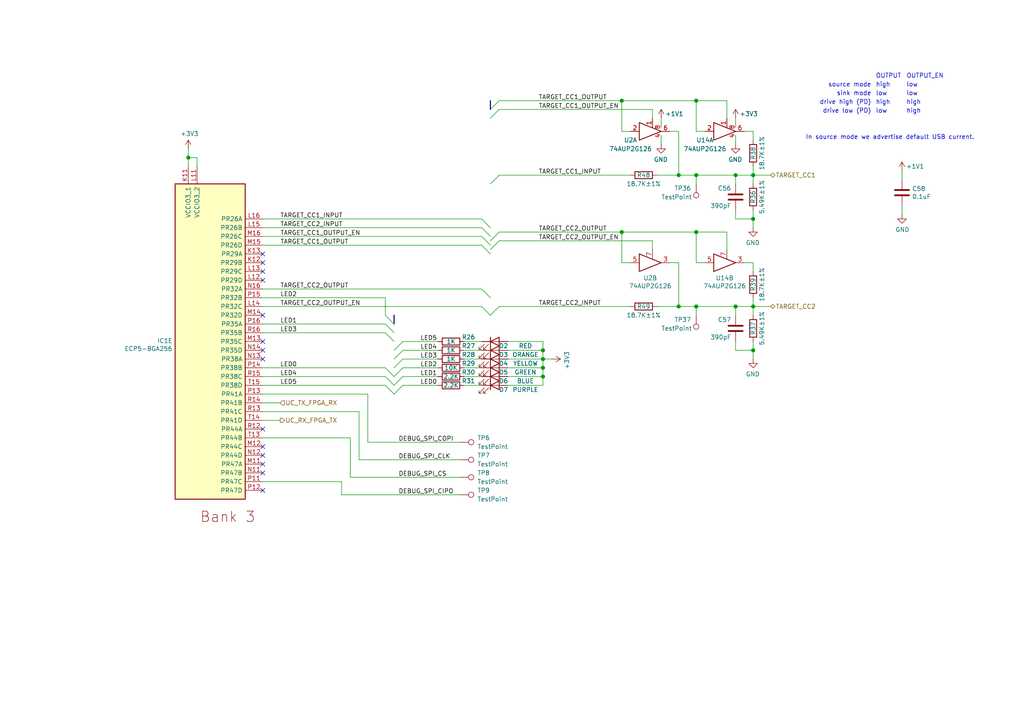
<source format=kicad_sch>
(kicad_sch (version 20210621) (generator eeschema)
  (paper "A4")
  (title_block (title "LUNA: Right Side I/O") (date "2021-03-10") (rev "r0") (company "Copyright 2019-2021 Great Scott Gadgets") (comment 1 "Katherine J. Temkin") (comment 3 "Licensed under the CERN-OHL-P v2"))
  (lib_symbols
    (symbol "Connector:TestPoint" (pin_numbers hide) (pin_names (offset 0.762) hide)
      (property "Reference" "TP" (at 0 6.858 0))
      (property "Value" "TestPoint" (at 0 5.08 0))
      (symbol "TestPoint_0_1"
        (circle (center 0 3.302) (radius 0.762))
      )
      (symbol "TestPoint_1_1"
        (pin passive line (at 0 0 90) (length 2.54) (name "1") (number "1"))
      )
    )
    (symbol "Device:C" (pin_numbers hide) (pin_names (offset 0.254))
      (property "Reference" "C" (at 0.635 2.54 0))
      (property "Value" "C" (at 0.635 -2.54 0))
      (symbol "C_0_1"
        (polyline (pts (xy -2.032 -0.762) (xy 2.032 -0.762)) (stroke (width 0.508)))
        (polyline (pts (xy -2.032 0.762) (xy 2.032 0.762)) (stroke (width 0.508)))
      )
      (symbol "C_1_1"
        (pin passive line (at 0 3.81 270) (length 2.794) (name "~") (number "1"))
        (pin passive line (at 0 -3.81 90) (length 2.794) (name "~") (number "2"))
      )
    )
    (symbol "Device:LED" (pin_numbers hide) (pin_names (offset 1.016) hide)
      (property "Reference" "D" (at 0 2.54 0))
      (property "Value" "LED" (at 0 -2.54 0))
      (symbol "LED_0_1"
        (polyline (pts (xy -1.27 -1.27) (xy -1.27 1.27)) (stroke (width 0.254)))
        (polyline (pts (xy -1.27 0) (xy 1.27 0)))
        (polyline (pts (xy 1.27 -1.27) (xy 1.27 1.27) (xy -1.27 0) (xy 1.27 -1.27)) (stroke (width 0.254)))
        (polyline (pts (xy -3.048 -0.762) (xy -4.572 -2.286) (xy -3.81 -2.286) (xy -4.572 -2.286) (xy -4.572 -1.524)))
        (polyline (pts (xy -1.778 -0.762) (xy -3.302 -2.286) (xy -2.54 -2.286) (xy -3.302 -2.286) (xy -3.302 -1.524)))
      )
      (symbol "LED_1_1"
        (pin passive line (at -3.81 0 0) (length 2.54) (name "K") (number "1"))
        (pin passive line (at 3.81 0 180) (length 2.54) (name "A") (number "2"))
      )
    )
    (symbol "Device:R" (pin_numbers hide) (pin_names (offset 0))
      (property "Reference" "R" (at 2.032 0 90))
      (property "Value" "R" (at 0 0 90))
      (symbol "R_0_1"
        (rectangle (start -1.016 -2.54) (end 1.016 2.54) (stroke (width 0.254)))
      )
      (symbol "R_1_1"
        (pin passive line (at 0 3.81 270) (length 1.27) (name "~") (number "1"))
        (pin passive line (at 0 -3.81 90) (length 1.27) (name "~") (number "2"))
      )
    )
    (symbol "fpgas_and_processors:ECP5-BGA256" (pin_names (offset 0.762))
      (property "Reference" "IC" (at -2.54 1.27 0))
      (property "Value" "ECP5-BGA256" (at 10.16 1.27 0))
      (symbol "ECP5-BGA256_1_0"
        (rectangle (start 5.08 0) (end 33.02 -71.12) (stroke (width 0.3048)) (fill (type background)))
      )
      (symbol "ECP5-BGA256_1_1"
        (text "FPGA Supplies" (at 19.05 -76.2 0) (effects (font (size 2.9972 2.9972))))
        (pin power_in line (at 38.1 -2.54 180) (length 5.08) (name "GND_1") (number "A1"))
        (pin power_in line (at 38.1 -5.08 180) (length 5.08) (name "GND_2") (number "A16"))
        (pin power_in line (at 38.1 -10.16 180) (length 5.08) (name "GND_4") (number "D15"))
        (pin power_in line (at 38.1 -7.62 180) (length 5.08) (name "GND_3") (number "D2"))
        (pin power_in line (at 38.1 -12.7 180) (length 5.08) (name "GND_5") (number "F8"))
        (pin power_in line (at 38.1 -15.24 180) (length 5.08) (name "GND_6") (number "F9"))
        (pin power_in line (at 38.1 -20.32 180) (length 5.08) (name "GND_8") (number "G10"))
        (pin power_in line (at 0 -66.04 0) (length 5.08) (name "VCCAUX_1") (number "G11"))
        (pin power_in line (at 0 -2.54 0) (length 5.08) (name "VCC_1") (number "G6"))
        (pin power_in line (at 0 -5.08 0) (length 5.08) (name "VCC_2") (number "G7"))
        (pin power_in line (at 38.1 -17.78 180) (length 5.08) (name "GND_7") (number "G8"))
        (pin power_in line (at 0 -7.62 0) (length 5.08) (name "VCC_3") (number "G9"))
        (pin power_in line (at 38.1 -22.86 180) (length 5.08) (name "GND_9") (number "H1"))
        (pin power_in line (at 38.1 -30.48 180) (length 5.08) (name "GND_12") (number "H10"))
        (pin power_in line (at 38.1 -33.02 180) (length 5.08) (name "GND_13") (number "H16"))
        (pin power_in line (at 38.1 -25.4 180) (length 5.08) (name "GND_10") (number "H8"))
        (pin power_in line (at 38.1 -27.94 180) (length 5.08) (name "GND_11") (number "H9"))
        (pin power_in line (at 38.1 -40.64 180) (length 5.08) (name "GND_16") (number "J10"))
        (pin power_in line (at 38.1 -35.56 180) (length 5.08) (name "GND_14") (number "J8"))
        (pin power_in line (at 38.1 -38.1 180) (length 5.08) (name "GND_15") (number "J9"))
        (pin power_in line (at 38.1 -53.34 180) (length 5.08) (name "GND_21") (number "K10"))
        (pin power_in line (at 38.1 -43.18 180) (length 5.08) (name "GND_17") (number "K6"))
        (pin power_in line (at 38.1 -45.72 180) (length 5.08) (name "GND_18") (number "K7"))
        (pin power_in line (at 38.1 -48.26 180) (length 5.08) (name "GND_19") (number "K8"))
        (pin power_in line (at 38.1 -50.8 180) (length 5.08) (name "GND_20") (number "K9"))
        (pin power_in line (at 0 -15.24 0) (length 5.08) (name "VCC_6") (number "L10"))
        (pin power_in line (at 0 -68.58 0) (length 5.08) (name "VCCAUX_2") (number "L7"))
        (pin power_in line (at 0 -10.16 0) (length 5.08) (name "VCC_4") (number "L8"))
        (pin power_in line (at 0 -12.7 0) (length 5.08) (name "VCC_5") (number "L9"))
        (pin power_in line (at 38.1 -58.42 180) (length 5.08) (name "GND_23") (number "N15"))
        (pin power_in line (at 38.1 -55.88 180) (length 5.08) (name "GND_22") (number "N2"))
        (pin power_in line (at 38.1 -60.96 180) (length 5.08) (name "GND_24") (number "T1"))
        (pin power_in line (at 38.1 -66.04 180) (length 5.08) (name "GND_26") (number "T12"))
        (pin power_in line (at 38.1 -68.58 180) (length 5.08) (name "GND_27") (number "T16"))
        (pin power_in line (at 38.1 -63.5 180) (length 5.08) (name "GND_25") (number "T5"))
      )
      (symbol "ECP5-BGA256_2_1"
        (text "Bank 0" (at 10.16 -78.74 0) (effects (font (size 2.9972 2.9972))))
        (rectangle (start 0 0) (end 19.05 -74.93) (stroke (width 0.3048)) (fill (type background)))
        (pin bidirectional line (at 24.13 -11.43 180) (length 5.08) (name "PT4A") (number "A2"))
        (pin bidirectional line (at 24.13 -16.51 180) (length 5.08) (name "PT6A") (number "A3"))
        (pin bidirectional line (at 24.13 -19.05 180) (length 5.08) (name "PT6B") (number "A4"))
        (pin bidirectional line (at 24.13 -43.18 180) (length 5.08) (name "PT18A") (number "A5"))
        (pin bidirectional line (at 24.13 -45.72 180) (length 5.08) (name "PT18B") (number "A6"))
        (pin bidirectional line (at 24.13 -68.58 180) (length 5.08) (name "PT29A") (number "A7"))
        (pin bidirectional line (at 24.13 -71.12 180) (length 5.08) (name "PT29B") (number "A8"))
        (pin bidirectional line (at 24.13 -13.97 180) (length 5.08) (name "PT4B") (number "B3"))
        (pin bidirectional line (at 24.13 -29.21 180) (length 5.08) (name "PT11B") (number "B4"))
        (pin bidirectional line (at 24.13 -39.37 180) (length 5.08) (name "PT15B") (number "B5"))
        (pin bidirectional line (at 24.13 -55.88 180) (length 5.08) (name "PT22B") (number "B6"))
        (pin bidirectional line (at 24.13 -66.04 180) (length 5.08) (name "PT27B") (number "B7"))
        (pin bidirectional line (at 24.13 -26.67 180) (length 5.08) (name "PT11A") (number "C4"))
        (pin bidirectional line (at 24.13 -36.83 180) (length 5.08) (name "PT15A") (number "C5"))
        (pin bidirectional line (at 24.13 -53.34 180) (length 5.08) (name "PT22A") (number "C6"))
        (pin bidirectional line (at 24.13 -63.5 180) (length 5.08) (name "PT27A") (number "C7"))
        (pin bidirectional line (at 24.13 -24.13 180) (length 5.08) (name "PT9B") (number "D4"))
        (pin bidirectional line (at 24.13 -34.29 180) (length 5.08) (name "PT13B") (number "D5"))
        (pin bidirectional line (at 24.13 -50.8 180) (length 5.08) (name "PT20B") (number "D6"))
        (pin bidirectional line (at 24.13 -60.96 180) (length 5.08) (name "PT24B") (number "D7"))
        (pin bidirectional line (at 24.13 -21.59 180) (length 5.08) (name "PT9A") (number "E4"))
        (pin bidirectional line (at 24.13 -31.75 180) (length 5.08) (name "PT13A") (number "E5"))
        (pin bidirectional line (at 24.13 -48.26 180) (length 5.08) (name "PT20A") (number "E6"))
        (pin bidirectional line (at 24.13 -58.42 180) (length 5.08) (name "PT24A") (number "E7"))
        (pin power_in line (at 7.62 5.08 270) (length 5.08) (name "VCCIO0_1") (number "F6"))
        (pin power_in line (at 5.08 5.08 270) (length 5.08) (name "VCCIO0_2") (number "F7"))
      )
      (symbol "ECP5-BGA256_3_0"
        (rectangle (start 0 0) (end 21.59 -93.98) (stroke (width 0.3048)) (fill (type background)))
      )
      (symbol "ECP5-BGA256_3_1"
        (text "Bank 1" (at 8.89 -96.52 0) (effects (font (size 2.9972 2.9972))))
        (pin bidirectional line (at 26.67 -34.29 180) (length 5.08) (name "PT42B") (number "A10"))
        (pin bidirectional line (at 26.67 -57.15 180) (length 5.08) (name "PT53A") (number "A11"))
        (pin bidirectional line (at 26.67 -59.69 180) (length 5.08) (name "PT53B") (number "A12"))
        (pin bidirectional line (at 26.67 -82.55 180) (length 5.08) (name "PT65A") (number "A13"))
        (pin bidirectional line (at 26.67 -85.09 180) (length 5.08) (name "PT65B") (number "A14"))
        (pin bidirectional line (at 26.67 -90.17 180) (length 5.08) (name "PT67B") (number "A15"))
        (pin bidirectional line (at 26.67 -31.75 180) (length 5.08) (name "PT42A") (number "A9"))
        (pin bidirectional line (at 26.67 -36.83 180) (length 5.08) (name "PT44A") (number "B10"))
        (pin bidirectional line (at 26.67 -46.99 180) (length 5.08) (name "PT49A") (number "B11"))
        (pin bidirectional line (at 26.67 -62.23 180) (length 5.08) (name "PT56A") (number "B12"))
        (pin bidirectional line (at 26.67 -72.39 180) (length 5.08) (name "PT60A") (number "B13"))
        (pin bidirectional line (at 26.67 -87.63 180) (length 5.08) (name "PT67A") (number "B14"))
        (pin bidirectional line (at 26.67 -19.05 180) (length 5.08) (name "PT35B") (number "B8"))
        (pin bidirectional line (at 26.67 -21.59 180) (length 5.08) (name "PT38A") (number "B9"))
        (pin bidirectional line (at 26.67 -39.37 180) (length 5.08) (name "PT44B") (number "C10"))
        (pin bidirectional line (at 26.67 -49.53 180) (length 5.08) (name "PT49B") (number "C11"))
        (pin bidirectional line (at 26.67 -64.77 180) (length 5.08) (name "PT56B") (number "C12"))
        (pin bidirectional line (at 26.67 -74.93 180) (length 5.08) (name "PT60B") (number "C13"))
        (pin bidirectional line (at 26.67 -16.51 180) (length 5.08) (name "PT35A") (number "C8"))
        (pin bidirectional line (at 26.67 -24.13 180) (length 5.08) (name "PT38B") (number "C9"))
        (pin bidirectional line (at 26.67 -41.91 180) (length 5.08) (name "PT47A") (number "D10"))
        (pin bidirectional line (at 26.67 -52.07 180) (length 5.08) (name "PT51A") (number "D11"))
        (pin bidirectional line (at 26.67 -67.31 180) (length 5.08) (name "PT58A") (number "D12"))
        (pin bidirectional line (at 26.67 -77.47 180) (length 5.08) (name "PT62A") (number "D13"))
        (pin bidirectional line (at 26.67 -13.97 180) (length 5.08) (name "PT33B") (number "D8"))
        (pin bidirectional line (at 26.67 -26.67 180) (length 5.08) (name "PT40A") (number "D9"))
        (pin bidirectional line (at 26.67 -44.45 180) (length 5.08) (name "PT47B") (number "E10"))
        (pin bidirectional line (at 26.67 -54.61 180) (length 5.08) (name "PT51B") (number "E11"))
        (pin bidirectional line (at 26.67 -69.85 180) (length 5.08) (name "PT58B") (number "E12"))
        (pin bidirectional line (at 26.67 -80.01 180) (length 5.08) (name "PT62B") (number "E13"))
        (pin bidirectional line (at 26.67 -11.43 180) (length 5.08) (name "PT33A") (number "E8"))
        (pin bidirectional line (at 26.67 -29.21 180) (length 5.08) (name "PT40B") (number "E9"))
        (pin power_in line (at 6.35 5.08 270) (length 5.08) (name "VCCIO1_1") (number "F10"))
        (pin power_in line (at 3.81 5.08 270) (length 5.08) (name "VCCIO1_2") (number "F11"))
      )
      (symbol "ECP5-BGA256_4_1"
        (text "Bank 2" (at 10.16 -97.79 0) (effects (font (size 2.9972 2.9972))))
        (rectangle (start 0 0) (end 19.05 -93.98) (stroke (width 0.3048)) (fill (type background)))
        (pin bidirectional line (at 24.13 -13.97 180) (length 5.08) (name "PR2B") (number "B15"))
        (pin bidirectional line (at 24.13 -11.43 180) (length 5.08) (name "PR2A") (number "B16"))
        (pin bidirectional line (at 24.13 -16.51 180) (length 5.08) (name "PR2C") (number "C14"))
        (pin bidirectional line (at 24.13 -24.13 180) (length 5.08) (name "PR5B") (number "C15"))
        (pin bidirectional line (at 24.13 -21.59 180) (length 5.08) (name "PR5A") (number "C16"))
        (pin bidirectional line (at 24.13 -19.05 180) (length 5.08) (name "PR2D") (number "D14"))
        (pin bidirectional line (at 24.13 -31.75 180) (length 5.08) (name "PR8A") (number "D16"))
        (pin bidirectional line (at 24.13 -26.67 180) (length 5.08) (name "PR5C") (number "E14"))
        (pin bidirectional line (at 24.13 -34.29 180) (length 5.08) (name "PR8B") (number "E15"))
        (pin bidirectional line (at 24.13 -49.53 180) (length 5.08) (name "PR11D") (number "E16"))
        (pin bidirectional line (at 24.13 -39.37 180) (length 5.08) (name "PR8D") (number "F12"))
        (pin bidirectional line (at 24.13 -36.83 180) (length 5.08) (name "PR8C") (number "F13"))
        (pin bidirectional line (at 24.13 -29.21 180) (length 5.08) (name "PR5D") (number "F14"))
        (pin bidirectional line (at 24.13 -46.99 180) (length 5.08) (name "PR11C") (number "F15"))
        (pin bidirectional line (at 24.13 -52.07 180) (length 5.08) (name "PR14A") (number "F16"))
        (pin bidirectional line (at 24.13 -41.91 180) (length 5.08) (name "PR11A") (number "G12"))
        (pin bidirectional line (at 24.13 -44.45 180) (length 5.08) (name "PR11B") (number "G13"))
        (pin bidirectional line (at 24.13 -57.15 180) (length 5.08) (name "PR14C") (number "G14"))
        (pin bidirectional line (at 24.13 -54.61 180) (length 5.08) (name "PR14B") (number "G15"))
        (pin bidirectional line (at 24.13 -72.39 180) (length 5.08) (name "PR20A") (number "G16"))
        (pin power_in line (at 3.81 5.08 270) (length 5.08) (name "VCCIO2_1") (number "H11"))
        (pin bidirectional line (at 24.13 -62.23 180) (length 5.08) (name "PR17A") (number "H12"))
        (pin bidirectional line (at 24.13 -64.77 180) (length 5.08) (name "PR17B") (number "H13"))
        (pin bidirectional line (at 24.13 -59.69 180) (length 5.08) (name "PR14D") (number "H14"))
        (pin bidirectional line (at 24.13 -74.93 180) (length 5.08) (name "PR20B") (number "H15"))
        (pin power_in line (at 6.35 5.08 270) (length 5.08) (name "VCCIO2_2") (number "J11"))
        (pin bidirectional line (at 24.13 -69.85 180) (length 5.08) (name "PR17D") (number "J12"))
        (pin bidirectional line (at 24.13 -67.31 180) (length 5.08) (name "PR17C") (number "J13"))
        (pin bidirectional line (at 24.13 -77.47 180) (length 5.08) (name "PR20C") (number "J14"))
        (pin bidirectional line (at 24.13 -85.09 180) (length 5.08) (name "PR23B") (number "J15"))
        (pin bidirectional line (at 24.13 -82.55 180) (length 5.08) (name "PR23A") (number "J16"))
        (pin bidirectional line (at 24.13 -80.01 180) (length 5.08) (name "PR20D") (number "K14"))
        (pin bidirectional line (at 24.13 -90.17 180) (length 5.08) (name "PR23D") (number "K15"))
        (pin bidirectional line (at 24.13 -87.63 180) (length 5.08) (name "PR23C") (number "K16"))
      )
      (symbol "ECP5-BGA256_5_0"
        (rectangle (start 0 0) (end 20.32 -91.44) (stroke (width 0.3048)) (fill (type background)))
      )
      (symbol "ECP5-BGA256_5_1"
        (text "Bank 3" (at 15.24 -96.52 0) (effects (font (size 2.9972 2.9972))))
        (pin power_in line (at 3.81 5.08 270) (length 5.08) (name "VCCIO3_1") (number "K11"))
        (pin bidirectional line (at 25.4 -22.86 180) (length 5.08) (name "PR29B") (number "K12"))
        (pin bidirectional line (at 25.4 -20.32 180) (length 5.08) (name "PR29A") (number "K13"))
        (pin power_in line (at 6.35 5.08 270) (length 5.08) (name "VCCIO3_2") (number "L11"))
        (pin bidirectional line (at 25.4 -27.94 180) (length 5.08) (name "PR29D") (number "L12"))
        (pin bidirectional line (at 25.4 -25.4 180) (length 5.08) (name "PR29C") (number "L13"))
        (pin bidirectional line (at 25.4 -35.56 180) (length 5.08) (name "PR32C") (number "L14"))
        (pin bidirectional line (at 25.4 -12.7 180) (length 5.08) (name "PR26B") (number "L15"))
        (pin bidirectional line (at 25.4 -10.16 180) (length 5.08) (name "PR26A") (number "L16"))
        (pin bidirectional line (at 25.4 -81.28 180) (length 5.08) (name "PR47A") (number "M11"))
        (pin bidirectional line (at 25.4 -76.2 180) (length 5.08) (name "PR44C") (number "M12"))
        (pin bidirectional line (at 25.4 -45.72 180) (length 5.08) (name "PR35C") (number "M13"))
        (pin bidirectional line (at 25.4 -38.1 180) (length 5.08) (name "PR32D") (number "M14"))
        (pin bidirectional line (at 25.4 -17.78 180) (length 5.08) (name "PR26D") (number "M15"))
        (pin bidirectional line (at 25.4 -15.24 180) (length 5.08) (name "PR26C") (number "M16"))
        (pin bidirectional line (at 25.4 -83.82 180) (length 5.08) (name "PR47B") (number "N11"))
        (pin bidirectional line (at 25.4 -78.74 180) (length 5.08) (name "PR44D") (number "N12"))
        (pin bidirectional line (at 25.4 -50.8 180) (length 5.08) (name "PR38A") (number "N13"))
        (pin bidirectional line (at 25.4 -48.26 180) (length 5.08) (name "PR35D") (number "N14"))
        (pin bidirectional line (at 25.4 -30.48 180) (length 5.08) (name "PR32A") (number "N16"))
        (pin bidirectional line (at 25.4 -86.36 180) (length 5.08) (name "PR47C") (number "P11"))
        (pin bidirectional line (at 25.4 -88.9 180) (length 5.08) (name "PR47D") (number "P12"))
        (pin bidirectional line (at 25.4 -60.96 180) (length 5.08) (name "PR41A") (number "P13"))
        (pin bidirectional line (at 25.4 -53.34 180) (length 5.08) (name "PR38B") (number "P14"))
        (pin bidirectional line (at 25.4 -33.02 180) (length 5.08) (name "PR32B") (number "P15"))
        (pin bidirectional line (at 25.4 -40.64 180) (length 5.08) (name "PR35A") (number "P16"))
        (pin bidirectional line (at 25.4 -71.12 180) (length 5.08) (name "PR44A") (number "R12"))
        (pin bidirectional line (at 25.4 -66.04 180) (length 5.08) (name "PR41C") (number "R13"))
        (pin bidirectional line (at 25.4 -63.5 180) (length 5.08) (name "PR41B") (number "R14"))
        (pin bidirectional line (at 25.4 -55.88 180) (length 5.08) (name "PR38C") (number "R15"))
        (pin bidirectional line (at 25.4 -43.18 180) (length 5.08) (name "PR35B") (number "R16"))
        (pin bidirectional line (at 25.4 -73.66 180) (length 5.08) (name "PR44B") (number "T13"))
        (pin bidirectional line (at 25.4 -68.58 180) (length 5.08) (name "PR41D") (number "T14"))
        (pin bidirectional line (at 25.4 -58.42 180) (length 5.08) (name "PR38D") (number "T15"))
      )
      (symbol "ECP5-BGA256_6_1"
        (text "Bank 6" (at 11.43 -110.49 0) (effects (font (size 2.9972 2.9972))))
        (rectangle (start 0 0) (end 19.05 -106.68) (stroke (width 0.3048)) (fill (type background)))
        (pin power_in line (at 3.81 5.08 270) (length 5.08) (name "VCCIO6_1") (number "J6"))
        (pin power_in line (at 6.35 5.08 270) (length 5.08) (name "VCCIO6_2") (number "J7"))
        (pin bidirectional line (at 24.13 -25.4 180) (length 5.08) (name "PL29A") (number "K4"))
        (pin bidirectional line (at 24.13 -27.94 180) (length 5.08) (name "PL29B") (number "K5"))
        (pin bidirectional line (at 24.13 -13.97 180) (length 5.08) (name "PL26A") (number "L1"))
        (pin bidirectional line (at 24.13 -16.51 180) (length 5.08) (name "PL26B") (number "L2"))
        (pin bidirectional line (at 24.13 -41.91 180) (length 5.08) (name "PL32C") (number "L3"))
        (pin bidirectional line (at 24.13 -30.48 180) (length 5.08) (name "PL29C") (number "L4"))
        (pin bidirectional line (at 24.13 -33.02 180) (length 5.08) (name "PL29D") (number "L5"))
        (pin bidirectional line (at 24.13 -19.05 180) (length 5.08) (name "PL26C") (number "M1"))
        (pin bidirectional line (at 24.13 -21.59 180) (length 5.08) (name "PL26D") (number "M2"))
        (pin bidirectional line (at 24.13 -44.45 180) (length 5.08) (name "PL32D") (number "M3"))
        (pin bidirectional line (at 24.13 -53.34 180) (length 5.08) (name "PL35C") (number "M4"))
        (pin bidirectional line (at 24.13 -78.74 180) (length 5.08) (name "PL44C") (number "M5"))
        (pin bidirectional line (at 24.13 -96.52 180) (length 5.08) (name "PL47A") (number "M6"))
        (pin bidirectional line (at 24.13 -36.83 180) (length 5.08) (name "PL32A") (number "N1"))
        (pin bidirectional line (at 24.13 -55.88 180) (length 5.08) (name "PL35D") (number "N3"))
        (pin bidirectional line (at 24.13 -60.96 180) (length 5.08) (name "PL38A") (number "N4"))
        (pin bidirectional line (at 24.13 -81.28 180) (length 5.08) (name "PL44D") (number "N5"))
        (pin bidirectional line (at 24.13 -99.06 180) (length 5.08) (name "PL47B") (number "N6"))
        (pin bidirectional line (at 24.13 -48.26 180) (length 5.08) (name "PL35A") (number "P1"))
        (pin bidirectional line (at 24.13 -39.37 180) (length 5.08) (name "PL32B") (number "P2"))
        (pin bidirectional line (at 24.13 -63.5 180) (length 5.08) (name "PL38B") (number "P3"))
        (pin bidirectional line (at 24.13 -85.09 180) (length 5.08) (name "PL41A") (number "P4"))
        (pin bidirectional line (at 24.13 -101.6 180) (length 5.08) (name "PL47D") (number "P5"))
        (pin bidirectional line (at 24.13 -104.14 180) (length 5.08) (name "PL47C") (number "P6"))
        (pin bidirectional line (at 24.13 -50.8 180) (length 5.08) (name "PL35B") (number "R1"))
        (pin bidirectional line (at 24.13 -66.04 180) (length 5.08) (name "PL38C") (number "R2"))
        (pin bidirectional line (at 24.13 -87.63 180) (length 5.08) (name "PL41B") (number "R3"))
        (pin bidirectional line (at 24.13 -90.17 180) (length 5.08) (name "PL41C") (number "R4"))
        (pin bidirectional line (at 24.13 -73.66 180) (length 5.08) (name "PL44A") (number "R5"))
        (pin bidirectional line (at 24.13 -68.58 180) (length 5.08) (name "PL38D") (number "T2"))
        (pin bidirectional line (at 24.13 -92.71 180) (length 5.08) (name "PL41D") (number "T3"))
        (pin bidirectional line (at 24.13 -76.2 180) (length 5.08) (name "PL44B") (number "T4"))
      )
      (symbol "ECP5-BGA256_7_1"
        (text "Bank 7" (at 12.7 -113.03 0) (effects (font (size 2.9972 2.9972))))
        (rectangle (start 0 0) (end 20.32 -109.22) (stroke (width 0.3048)) (fill (type background)))
        (pin bidirectional line (at 25.4 -10.16 180) (length 5.08) (name "PL2A") (number "B1"))
        (pin bidirectional line (at 25.4 -12.7 180) (length 5.08) (name "PL2B") (number "B2"))
        (pin bidirectional line (at 25.4 -22.86 180) (length 5.08) (name "PL5A") (number "C1"))
        (pin bidirectional line (at 25.4 -25.4 180) (length 5.08) (name "PL5B") (number "C2"))
        (pin bidirectional line (at 25.4 -15.24 180) (length 5.08) (name "PL2C") (number "C3"))
        (pin bidirectional line (at 25.4 -35.56 180) (length 5.08) (name "PL8A") (number "D1"))
        (pin bidirectional line (at 25.4 -17.78 180) (length 5.08) (name "PL2D") (number "D3"))
        (pin bidirectional line (at 25.4 -54.61 180) (length 5.08) (name "PL11D") (number "E1"))
        (pin bidirectional line (at 25.4 -38.1 180) (length 5.08) (name "PL8B") (number "E2"))
        (pin bidirectional line (at 25.4 -27.94 180) (length 5.08) (name "PL5C") (number "E3"))
        (pin bidirectional line (at 25.4 -59.69 180) (length 5.08) (name "PL14A") (number "F1"))
        (pin bidirectional line (at 25.4 -52.07 180) (length 5.08) (name "PL11C") (number "F2"))
        (pin bidirectional line (at 25.4 -30.48 180) (length 5.08) (name "PL5D") (number "F3"))
        (pin bidirectional line (at 25.4 -40.64 180) (length 5.08) (name "PL8C") (number "F4"))
        (pin bidirectional line (at 25.4 -43.18 180) (length 5.08) (name "PL8D") (number "F5"))
        (pin bidirectional line (at 25.4 -82.55 180) (length 5.08) (name "PL20A") (number "G1"))
        (pin bidirectional line (at 25.4 -62.23 180) (length 5.08) (name "PL14B") (number "G2"))
        (pin bidirectional line (at 25.4 -64.77 180) (length 5.08) (name "PL14C") (number "G3"))
        (pin bidirectional line (at 25.4 -49.53 180) (length 5.08) (name "PL11B") (number "G4"))
        (pin bidirectional line (at 25.4 -46.99 180) (length 5.08) (name "PL11A") (number "G5"))
        (pin bidirectional line (at 25.4 -85.09 180) (length 5.08) (name "PL20B") (number "H2"))
        (pin bidirectional line (at 25.4 -67.31 180) (length 5.08) (name "PL14D") (number "H3"))
        (pin bidirectional line (at 25.4 -73.66 180) (length 5.08) (name "PL17B") (number "H4"))
        (pin bidirectional line (at 25.4 -71.12 180) (length 5.08) (name "PL17A") (number "H5"))
        (pin power_in line (at 7.62 5.08 270) (length 5.08) (name "VCCIO7_1") (number "H6"))
        (pin power_in line (at 5.08 5.08 270) (length 5.08) (name "VCCIO7_2") (number "H7"))
        (pin bidirectional line (at 25.4 -95.25 180) (length 5.08) (name "PL23A") (number "J1"))
        (pin bidirectional line (at 25.4 -97.79 180) (length 5.08) (name "PL23B") (number "J2"))
        (pin bidirectional line (at 25.4 -87.63 180) (length 5.08) (name "PL20C") (number "J3"))
        (pin bidirectional line (at 25.4 -76.2 180) (length 5.08) (name "PL17C") (number "J4"))
        (pin bidirectional line (at 25.4 -78.74 180) (length 5.08) (name "PL17D") (number "J5"))
        (pin bidirectional line (at 25.4 -100.33 180) (length 5.08) (name "PL23C") (number "K1"))
        (pin bidirectional line (at 25.4 -102.87 180) (length 5.08) (name "PL23D") (number "K2"))
        (pin bidirectional line (at 25.4 -90.17 180) (length 5.08) (name "PL20D") (number "K3"))
      )
      (symbol "ECP5-BGA256_8_0"
        (text "(Config)" (at 13.97 -97.79 0) (effects (font (size 2.9972 2.9972))))
        (text "Bank 8" (at 13.97 -92.71 0) (effects (font (size 2.9972 2.9972))))
      )
      (symbol "ECP5-BGA256_8_1"
        (rectangle (start 0 0) (end 21.59 -88.9) (stroke (width 0.3048)) (fill (type background)))
        (pin power_in line (at 5.08 5.08 270) (length 5.08) (name "VCCIO8") (number "L6"))
        (pin output line (at 26.67 -57.15 180) (length 5.08) (name "TDO") (number "M10"))
        (pin bidirectional line (at 26.67 -24.13 180) (length 5.08) (name "D2/PB9B") (number "M7"))
        (pin bidirectional line (at 26.67 -39.37 180) (length 5.08) (name "DOUT/CSON/PB15B") (number "M8"))
        (pin bidirectional line (at 26.67 -41.91 180) (length 5.08) (name "WRITEEN/PB18A") (number "M9"))
        (pin input line (at 26.67 -68.58 180) (length 5.08) (name "CFG_0") (number "N10"))
        (pin bidirectional line (at 26.67 -21.59 180) (length 5.08) (name "D3/PB9A") (number "N7"))
        (pin bidirectional line (at 26.67 -36.83 180) (length 5.08) (name "HOLDN/DI/PB15A") (number "N8"))
        (pin bidirectional line (at 26.67 -63.5 180) (length 5.08) (name "MCLK/SCLK/CCLK") (number "N9"))
        (pin input line (at 26.67 -71.12 180) (length 5.08) (name "CFG_1") (number "P10"))
        (pin bidirectional line (at 26.67 -19.05 180) (length 5.08) (name "D4/COPI2/PB6B") (number "P7"))
        (pin bidirectional line (at 26.67 -34.29 180) (length 5.08) (name "CS1N/PB13B") (number "P8"))
        (pin bidirectional line (at 26.67 -80.01 180) (length 5.08) (name "DONE") (number "P9"))
        (pin input line (at 26.67 -73.66 180) (length 5.08) (name "CFG_2") (number "R10"))
        (pin input line (at 26.67 -54.61 180) (length 5.08) (name "TDI") (number "R11"))
        (pin bidirectional line (at 26.67 -13.97 180) (length 5.08) (name "D6/PB4B") (number "R6"))
        (pin bidirectional line (at 26.67 -16.51 180) (length 5.08) (name "D5/CIPO2/PB6A") (number "R7"))
        (pin bidirectional line (at 26.67 -31.75 180) (length 5.08) (name "SN/CSN/PB13A") (number "R8"))
        (pin bidirectional line (at 26.67 -85.09 180) (length 5.08) (name "PROGRAMN") (number "R9"))
        (pin input line (at 26.67 -52.07 180) (length 5.08) (name "TCK") (number "T10"))
        (pin input line (at 26.67 -49.53 180) (length 5.08) (name "TMS") (number "T11"))
        (pin bidirectional line (at 26.67 -11.43 180) (length 5.08) (name "D7/PB4A") (number "T6"))
        (pin bidirectional line (at 26.67 -26.67 180) (length 5.08) (name "D1/COPI/PB11A") (number "T7"))
        (pin bidirectional line (at 26.67 -29.21 180) (length 5.08) (name "D0/COPI/PB11B") (number "T8"))
        (pin bidirectional line (at 26.67 -82.55 180) (length 5.08) (name "INITN") (number "T9"))
      )
    )
    (symbol "power:+1V1" (power) (pin_names (offset 0))
      (property "Value" "+1V1" (at 0 3.556 0))
      (symbol "+1V1_0_1"
        (polyline (pts (xy -0.762 1.27) (xy 0 2.54)))
        (polyline (pts (xy 0 0) (xy 0 2.54)))
        (polyline (pts (xy 0 2.54) (xy 0.762 1.27)))
      )
      (symbol "+1V1_1_1"
        (pin power_in line (at 0 0 90) (length 0) hide (name "+1V1") (number "1"))
      )
    )
    (symbol "power:+3V3" (power) (pin_names (offset 0))
      (property "Value" "+3V3" (at 0 3.556 0))
      (symbol "+3V3_0_1"
        (polyline (pts (xy -0.762 1.27) (xy 0 2.54)))
        (polyline (pts (xy 0 0) (xy 0 2.54)))
        (polyline (pts (xy 0 2.54) (xy 0.762 1.27)))
      )
      (symbol "+3V3_1_1"
        (pin power_in line (at 0 0 90) (length 0) hide (name "+3V3") (number "1"))
      )
    )
    (symbol "power:GND" (power) (pin_names (offset 0))
      (property "Value" "GND" (at 0 -3.81 0))
      (symbol "GND_0_1"
        (polyline (pts (xy 0 0) (xy 0 -1.27) (xy 1.27 -1.27) (xy 0 -2.54) (xy -1.27 -1.27) (xy 0 -1.27)))
      )
      (symbol "GND_1_1"
        (pin power_in line (at 0 0 270) (length 0) hide (name "GND") (number "1"))
      )
    )
    (symbol "support_hardware:74AUP2G126" (pin_names (offset 1.016))
      (property "Reference" "U" (at -2.54 3.81 0))
      (property "Value" "74AUP2G126" (at 0 -3.81 0))
      (symbol "74AUP2G126_0_1"
        (polyline (pts (xy -3.81 2.54) (xy -3.81 -2.54) (xy 2.54 0) (xy -3.81 2.54)) (stroke (width 0.254)))
      )
      (symbol "74AUP2G126_1_1"
        (pin input line (at 0 3.81 270) (length 2.667) (name "~") (number "1"))
        (pin input line (at -6.35 0 0) (length 2.54) (name "~") (number "2"))
        (pin power_in line (at 2.54 -1.27 270) (length 0) (name "~") (number "4"))
        (pin tri_state line (at 5.08 0 180) (length 2.54) (name "~") (number "6"))
        (pin power_in line (at 2.54 1.27 270) (length 0) (name "~") (number "8"))
      )
      (symbol "74AUP2G126_2_1"
        (pin tri_state line (at 5.08 0 180) (length 2.54) (name "~") (number "3"))
        (pin input line (at -6.35 0 0) (length 2.54) (name "~") (number "5"))
        (pin input line (at 0 3.81 270) (length 2.667) (name "~") (number "7"))
      )
    )
  )
  (junction (at 54.61 45.72) (diameter 1.016))
  (junction (at 157.48 101.6) (diameter 1.016))
  (junction (at 157.48 104.14) (diameter 1.016))
  (junction (at 157.48 106.68) (diameter 1.016))
  (junction (at 157.48 109.22) (diameter 1.016))
  (junction (at 180.34 29.21) (diameter 1.016))
  (junction (at 180.34 67.31) (diameter 1.016))
  (junction (at 196.85 50.8) (diameter 1.016))
  (junction (at 196.85 88.9) (diameter 1.016))
  (junction (at 201.93 29.21) (diameter 1.016))
  (junction (at 201.93 50.8) (diameter 1.016))
  (junction (at 201.93 67.31) (diameter 1.016))
  (junction (at 201.93 88.9) (diameter 1.016))
  (junction (at 213.36 50.8) (diameter 1.016))
  (junction (at 213.36 88.9) (diameter 1.016))
  (junction (at 218.44 50.8) (diameter 1.016))
  (junction (at 218.44 63.5) (diameter 1.016))
  (junction (at 218.44 88.9) (diameter 1.016))
  (junction (at 218.44 101.6) (diameter 1.016))
  (no_connect (at 76.2 73.66))
  (no_connect (at 76.2 76.2))
  (no_connect (at 76.2 78.74))
  (no_connect (at 76.2 81.28))
  (no_connect (at 76.2 91.44))
  (no_connect (at 76.2 99.06))
  (no_connect (at 76.2 101.6))
  (no_connect (at 76.2 104.14))
  (no_connect (at 76.2 124.46))
  (no_connect (at 76.2 129.54))
  (no_connect (at 76.2 132.08))
  (no_connect (at 76.2 134.62))
  (no_connect (at 76.2 137.16))
  (no_connect (at 76.2 142.24))
  (bus_entry (at 111.76 91.44) (size 2.54 2.54))
  (bus_entry (at 111.76 93.98) (size 2.54 2.54))
  (bus_entry (at 111.76 96.52) (size 2.54 2.54))
  (bus_entry (at 111.76 106.68) (size 2.54 2.54))
  (bus_entry (at 111.76 109.22) (size 2.54 2.54))
  (bus_entry (at 111.76 111.76) (size 2.54 2.54))
  (bus_entry (at 116.84 99.06) (size -2.54 2.54))
  (bus_entry (at 116.84 101.6) (size -2.54 2.54))
  (bus_entry (at 116.84 104.14) (size -2.54 2.54))
  (bus_entry (at 116.84 106.68) (size -2.54 2.54))
  (bus_entry (at 116.84 109.22) (size -2.54 2.54))
  (bus_entry (at 116.84 111.76) (size -2.54 2.54))
  (bus_entry (at 139.7 63.5) (size 2.54 2.54))
  (bus_entry (at 139.7 66.04) (size 2.54 2.54))
  (bus_entry (at 139.7 68.58) (size 2.54 2.54))
  (bus_entry (at 139.7 71.12) (size 2.54 2.54))
  (bus_entry (at 139.7 83.82) (size 2.54 2.54))
  (bus_entry (at 139.7 88.9) (size 2.54 2.54))
  (bus_entry (at 142.24 31.75) (size 2.54 -2.54))
  (bus_entry (at 142.24 34.29) (size 2.54 -2.54))
  (bus_entry (at 142.24 53.34) (size 2.54 -2.54))
  (bus_entry (at 142.24 69.85) (size 2.54 -2.54))
  (bus_entry (at 142.24 72.39) (size 2.54 -2.54))
  (bus_entry (at 142.24 91.44) (size 2.54 -2.54))
  (wire (pts (xy 54.61 43.18) (xy 54.61 45.72)))
  (wire (pts (xy 54.61 45.72) (xy 57.15 45.72)))
  (wire (pts (xy 54.61 48.26) (xy 54.61 45.72)))
  (wire (pts (xy 57.15 45.72) (xy 57.15 48.26)))
  (wire (pts (xy 76.2 68.58) (xy 139.7 68.58)))
  (wire (pts (xy 76.2 71.12) (xy 139.7 71.12)))
  (wire (pts (xy 76.2 93.98) (xy 111.76 93.98)))
  (wire (pts (xy 76.2 96.52) (xy 111.76 96.52)))
  (wire (pts (xy 76.2 109.22) (xy 111.76 109.22)))
  (wire (pts (xy 76.2 111.76) (xy 111.76 111.76)))
  (wire (pts (xy 76.2 114.3) (xy 106.68 114.3)))
  (wire (pts (xy 76.2 119.38) (xy 104.14 119.38)))
  (wire (pts (xy 76.2 121.92) (xy 81.28 121.92)))
  (wire (pts (xy 76.2 127) (xy 101.6 127)))
  (wire (pts (xy 76.2 139.7) (xy 99.06 139.7)))
  (wire (pts (xy 81.28 116.84) (xy 76.2 116.84)))
  (wire (pts (xy 99.06 143.51) (xy 99.06 139.7)))
  (wire (pts (xy 101.6 138.43) (xy 101.6 127)))
  (wire (pts (xy 101.6 138.43) (xy 133.35 138.43)))
  (wire (pts (xy 104.14 119.38) (xy 104.14 133.35)))
  (wire (pts (xy 104.14 133.35) (xy 133.35 133.35)))
  (wire (pts (xy 106.68 128.27) (xy 106.68 114.3)))
  (wire (pts (xy 106.68 128.27) (xy 133.35 128.27)))
  (wire (pts (xy 111.76 86.36) (xy 76.2 86.36)))
  (wire (pts (xy 111.76 86.36) (xy 111.76 91.44)))
  (wire (pts (xy 111.76 106.68) (xy 76.2 106.68)))
  (wire (pts (xy 116.84 99.06) (xy 127 99.06)))
  (wire (pts (xy 116.84 104.14) (xy 127 104.14)))
  (wire (pts (xy 116.84 109.22) (xy 127 109.22)))
  (wire (pts (xy 127 101.6) (xy 116.84 101.6)))
  (wire (pts (xy 127 106.68) (xy 116.84 106.68)))
  (wire (pts (xy 127 111.76) (xy 116.84 111.76)))
  (wire (pts (xy 133.35 143.51) (xy 99.06 143.51)))
  (wire (pts (xy 134.62 99.06) (xy 139.7 99.06)))
  (wire (pts (xy 134.62 101.6) (xy 139.7 101.6)))
  (wire (pts (xy 134.62 104.14) (xy 139.7 104.14)))
  (wire (pts (xy 134.62 106.68) (xy 139.7 106.68)))
  (wire (pts (xy 134.62 109.22) (xy 139.7 109.22)))
  (wire (pts (xy 134.62 111.76) (xy 139.7 111.76)))
  (wire (pts (xy 139.7 63.5) (xy 76.2 63.5)))
  (wire (pts (xy 139.7 66.04) (xy 76.2 66.04)))
  (wire (pts (xy 139.7 83.82) (xy 76.2 83.82)))
  (wire (pts (xy 139.7 88.9) (xy 76.2 88.9)))
  (wire (pts (xy 144.78 29.21) (xy 180.34 29.21)))
  (wire (pts (xy 144.78 50.8) (xy 182.88 50.8)))
  (wire (pts (xy 144.78 67.31) (xy 180.34 67.31)))
  (wire (pts (xy 147.32 99.06) (xy 157.48 99.06)))
  (wire (pts (xy 147.32 101.6) (xy 157.48 101.6)))
  (wire (pts (xy 147.32 104.14) (xy 157.48 104.14)))
  (wire (pts (xy 147.32 106.68) (xy 157.48 106.68)))
  (wire (pts (xy 147.32 109.22) (xy 157.48 109.22)))
  (wire (pts (xy 157.48 99.06) (xy 157.48 101.6)))
  (wire (pts (xy 157.48 101.6) (xy 157.48 104.14)))
  (wire (pts (xy 157.48 104.14) (xy 157.48 106.68)))
  (wire (pts (xy 157.48 104.14) (xy 160.02 104.14)))
  (wire (pts (xy 157.48 106.68) (xy 157.48 109.22)))
  (wire (pts (xy 157.48 109.22) (xy 157.48 111.76)))
  (wire (pts (xy 157.48 111.76) (xy 147.32 111.76)))
  (wire (pts (xy 180.34 29.21) (xy 201.93 29.21)))
  (wire (pts (xy 180.34 38.1) (xy 180.34 29.21)))
  (wire (pts (xy 180.34 67.31) (xy 201.93 67.31)))
  (wire (pts (xy 180.34 76.2) (xy 180.34 67.31)))
  (wire (pts (xy 182.88 38.1) (xy 180.34 38.1)))
  (wire (pts (xy 182.88 76.2) (xy 180.34 76.2)))
  (wire (pts (xy 182.88 88.9) (xy 144.78 88.9)))
  (wire (pts (xy 189.23 31.75) (xy 144.78 31.75)))
  (wire (pts (xy 189.23 34.29) (xy 189.23 31.75)))
  (wire (pts (xy 189.23 69.85) (xy 144.78 69.85)))
  (wire (pts (xy 189.23 72.39) (xy 189.23 69.85)))
  (wire (pts (xy 190.5 50.8) (xy 196.85 50.8)))
  (wire (pts (xy 191.77 34.29) (xy 191.77 36.83)))
  (wire (pts (xy 191.77 39.37) (xy 191.77 41.91)))
  (wire (pts (xy 194.31 38.1) (xy 196.85 38.1)))
  (wire (pts (xy 194.31 76.2) (xy 196.85 76.2)))
  (wire (pts (xy 196.85 38.1) (xy 196.85 50.8)))
  (wire (pts (xy 196.85 50.8) (xy 201.93 50.8)))
  (wire (pts (xy 196.85 76.2) (xy 196.85 88.9)))
  (wire (pts (xy 196.85 88.9) (xy 190.5 88.9)))
  (wire (pts (xy 201.93 29.21) (xy 210.82 29.21)))
  (wire (pts (xy 201.93 38.1) (xy 201.93 29.21)))
  (wire (pts (xy 201.93 50.8) (xy 201.93 53.34)))
  (wire (pts (xy 201.93 50.8) (xy 213.36 50.8)))
  (wire (pts (xy 201.93 67.31) (xy 201.93 76.2)))
  (wire (pts (xy 201.93 67.31) (xy 210.82 67.31)))
  (wire (pts (xy 201.93 76.2) (xy 204.47 76.2)))
  (wire (pts (xy 201.93 88.9) (xy 196.85 88.9)))
  (wire (pts (xy 201.93 88.9) (xy 201.93 91.44)))
  (wire (pts (xy 204.47 38.1) (xy 201.93 38.1)))
  (wire (pts (xy 210.82 29.21) (xy 210.82 34.29)))
  (wire (pts (xy 210.82 67.31) (xy 210.82 72.39)))
  (wire (pts (xy 213.36 36.83) (xy 213.36 34.29)))
  (wire (pts (xy 213.36 39.37) (xy 213.36 41.91)))
  (wire (pts (xy 213.36 53.34) (xy 213.36 50.8)))
  (wire (pts (xy 213.36 60.96) (xy 213.36 63.5)))
  (wire (pts (xy 213.36 88.9) (xy 201.93 88.9)))
  (wire (pts (xy 213.36 88.9) (xy 218.44 88.9)))
  (wire (pts (xy 213.36 91.44) (xy 213.36 88.9)))
  (wire (pts (xy 213.36 99.06) (xy 213.36 101.6)))
  (wire (pts (xy 213.36 101.6) (xy 218.44 101.6)))
  (wire (pts (xy 215.9 38.1) (xy 218.44 38.1)))
  (wire (pts (xy 215.9 76.2) (xy 218.44 76.2)))
  (wire (pts (xy 218.44 38.1) (xy 218.44 40.64)))
  (wire (pts (xy 218.44 48.26) (xy 218.44 50.8)))
  (wire (pts (xy 218.44 50.8) (xy 213.36 50.8)))
  (wire (pts (xy 218.44 50.8) (xy 223.52 50.8)))
  (wire (pts (xy 218.44 53.34) (xy 218.44 50.8)))
  (wire (pts (xy 218.44 60.96) (xy 218.44 63.5)))
  (wire (pts (xy 218.44 63.5) (xy 213.36 63.5)))
  (wire (pts (xy 218.44 63.5) (xy 218.44 66.04)))
  (wire (pts (xy 218.44 76.2) (xy 218.44 78.74)))
  (wire (pts (xy 218.44 88.9) (xy 218.44 86.36)))
  (wire (pts (xy 218.44 91.44) (xy 218.44 88.9)))
  (wire (pts (xy 218.44 101.6) (xy 218.44 99.06)))
  (wire (pts (xy 218.44 101.6) (xy 218.44 104.14)))
  (wire (pts (xy 223.52 88.9) (xy 218.44 88.9)))
  (wire (pts (xy 261.62 49.53) (xy 261.62 52.07)))
  (wire (pts (xy 261.62 59.69) (xy 261.62 62.23)))
  (bus (pts (xy 114.3 91.44) (xy 114.3 116.84)))
  (bus (pts (xy 142.24 29.21) (xy 142.24 93.98)))
  (text "In source mode we advertise default USB current." (at 233.68 40.64 0) (effects (font (size 1.27 1.27)) (justify left bottom)))
  (text "source mode" (at 252.73 25.4 180) (effects (font (size 1.27 1.27)) (justify right bottom)))
  (text "sink mode" (at 252.73 27.94 180) (effects (font (size 1.27 1.27)) (justify right bottom)))
  (text "drive high (PD)" (at 252.73 30.48 180) (effects (font (size 1.27 1.27)) (justify right bottom)))
  (text "drive low (PD)" (at 252.73 33.02 180) (effects (font (size 1.27 1.27)) (justify right bottom)))
  (text "OUTPUT" (at 254 22.86 0) (effects (font (size 1.27 1.27)) (justify left bottom)))
  (text "high" (at 254 25.4 0) (effects (font (size 1.27 1.27)) (justify left bottom)))
  (text "low" (at 254 27.94 0) (effects (font (size 1.27 1.27)) (justify left bottom)))
  (text "high" (at 254 30.48 0) (effects (font (size 1.27 1.27)) (justify left bottom)))
  (text "low" (at 254 33.02 0) (effects (font (size 1.27 1.27)) (justify left bottom)))
  (text "OUTPUT_EN" (at 262.89 22.86 0) (effects (font (size 1.27 1.27)) (justify left bottom)))
  (text "low" (at 262.89 25.4 0) (effects (font (size 1.27 1.27)) (justify left bottom)))
  (text "low" (at 262.89 27.94 0) (effects (font (size 1.27 1.27)) (justify left bottom)))
  (text "high" (at 262.89 30.48 0) (effects (font (size 1.27 1.27)) (justify left bottom)))
  (text "high" (at 262.89 33.02 0) (effects (font (size 1.27 1.27)) (justify left bottom)))
  (label "TARGET_CC1_INPUT" (at 81.28 63.5 0))
  (label "TARGET_CC2_INPUT" (at 81.28 66.04 0))
  (label "TARGET_CC1_OUTPUT_EN" (at 81.28 68.58 0))
  (label "TARGET_CC1_OUTPUT" (at 81.28 71.12 0))
  (label "TARGET_CC2_OUTPUT" (at 81.28 83.82 0))
  (label "LED2" (at 81.28 86.36 0))
  (label "TARGET_CC2_OUTPUT_EN" (at 81.28 88.9 0))
  (label "LED1" (at 81.28 93.98 0))
  (label "LED3" (at 81.28 96.52 0))
  (label "LED0" (at 81.28 106.68 0))
  (label "LED4" (at 81.28 109.22 0))
  (label "LED5" (at 81.28 111.76 0))
  (label "DEBUG_SPI_COPI" (at 115.57 128.27 0))
  (label "DEBUG_SPI_CLK" (at 115.57 133.35 0))
  (label "DEBUG_SPI_CS" (at 115.57 138.43 0))
  (label "DEBUG_SPI_CIPO" (at 115.57 143.51 0))
  (label "LED5" (at 121.92 99.06 0))
  (label "LED4" (at 121.92 101.6 0))
  (label "LED3" (at 121.92 104.14 0))
  (label "LED2" (at 121.92 106.68 0))
  (label "LED1" (at 121.92 109.22 0))
  (label "LED0" (at 121.92 111.76 0))
  (label "TARGET_CC1_OUTPUT" (at 156.21 29.21 0))
  (label "TARGET_CC1_OUTPUT_EN" (at 156.21 31.75 0))
  (label "TARGET_CC1_INPUT" (at 156.21 50.8 0))
  (label "TARGET_CC2_OUTPUT" (at 156.21 67.31 0))
  (label "TARGET_CC2_OUTPUT_EN" (at 156.21 69.85 0))
  (label "TARGET_CC2_INPUT" (at 156.21 88.9 0))
  (hierarchical_label "UC_TX_FPGA_RX" (shape input) (at 81.28 116.84 0))
  (hierarchical_label "UC_RX_FPGA_TX" (shape output) (at 81.28 121.92 0))
  (hierarchical_label "TARGET_CC1" (shape bidirectional) (at 223.52 50.8 0))
  (hierarchical_label "TARGET_CC2" (shape bidirectional) (at 223.52 88.9 0))
  (symbol (lib_id "power:+3V3") (at 54.61 43.18 0) (unit 1)
    (property "Reference" "#PWR086" (effects hide))
    (property "Value" "+3V3" (at 54.9656 38.7858 0))
  )
  (symbol (lib_id "power:+3V3") (at 160.02 104.14 270)
    (property "Reference" "#PWR0129" (effects hide))
    (property "Value" "+3V3" (at 164.4142 104.4956 0))
  )
  (symbol (lib_id "power:+1V1") (at 191.77 34.29 0) (unit 1)
    (property "Reference" "#PWR022" (effects hide))
    (property "Value" "+1V1" (at 195.58 33.02 0))
  )
  (symbol (lib_id "power:+3V3") (at 213.36 34.29 0) (unit 1)
    (property "Reference" "#PWR0135" (effects hide))
    (property "Value" "+3V3" (at 217.17 33.02 0))
  )
  (symbol (lib_id "power:+1V1") (at 261.62 49.53 0) (unit 1)
    (property "Reference" "#PWR025" (effects hide))
    (property "Value" "+1V1" (at 265.43 48.26 0))
  )
  (symbol (lib_id "Connector:TestPoint") (at 133.35 128.27 270) (mirror x)
    (property "Reference" "TP6" (at 138.43 127 90) (effects (justify left)))
    (property "Value" "TestPoint" (at 138.43 129.54 90) (effects (justify left)))
    (property "Footprint" "TestPoint:TestPoint_Pad_D1.0mm" (effects hide))
    (property "Note" "DNP" (effects hide))
  )
  (symbol (lib_id "Connector:TestPoint") (at 133.35 133.35 270) (mirror x)
    (property "Reference" "TP7" (at 138.43 132.08 90) (effects (justify left)))
    (property "Value" "TestPoint" (at 138.43 134.62 90) (effects (justify left)))
    (property "Footprint" "TestPoint:TestPoint_Pad_D1.0mm" (effects hide))
    (property "Note" "DNP" (effects hide))
  )
  (symbol (lib_id "Connector:TestPoint") (at 133.35 138.43 270) (mirror x)
    (property "Reference" "TP8" (at 138.43 137.16 90) (effects (justify left)))
    (property "Value" "TestPoint" (at 138.43 139.7 90) (effects (justify left)))
    (property "Footprint" "TestPoint:TestPoint_Pad_D1.0mm" (effects hide))
    (property "Note" "DNP" (effects hide))
  )
  (symbol (lib_id "Connector:TestPoint") (at 133.35 143.51 270) (mirror x)
    (property "Reference" "TP9" (at 138.43 142.24 90) (effects (justify left)))
    (property "Value" "TestPoint" (at 138.43 144.78 90) (effects (justify left)))
    (property "Footprint" "TestPoint:TestPoint_Pad_D1.0mm" (effects hide))
    (property "Note" "DNP" (effects hide))
  )
  (symbol (lib_id "Connector:TestPoint") (at 201.93 53.34 0) (mirror x)
    (property "Reference" "TP36" (at 195.58 54.61 0) (effects (justify left)))
    (property "Value" "TestPoint" (at 191.77 57.15 0) (effects (justify left)))
    (property "Footprint" "TestPoint:TestPoint_Pad_D1.0mm" (effects hide))
    (property "Note" "DNP" (effects hide))
  )
  (symbol (lib_id "Connector:TestPoint") (at 201.93 91.44 0) (mirror x)
    (property "Reference" "TP37" (at 195.58 92.71 0) (effects (justify left)))
    (property "Value" "TestPoint" (at 191.77 95.25 0) (effects (justify left)))
    (property "Footprint" "TestPoint:TestPoint_Pad_D1.0mm" (effects hide))
    (property "Note" "DNP" (effects hide))
  )
  (symbol (lib_id "power:GND") (at 191.77 41.91 0) (mirror y)
    (property "Reference" "#PWR024" (effects hide))
    (property "Value" "GND" (at 191.6684 46.2788 0))
  )
  (symbol (lib_id "power:GND") (at 213.36 41.91 0) (mirror y)
    (property "Reference" "#PWR039" (effects hide))
    (property "Value" "GND" (at 213.2584 46.2788 0))
  )
  (symbol (lib_id "power:GND") (at 218.44 66.04 0) (mirror y)
    (property "Reference" "#PWR043" (effects hide))
    (property "Value" "GND" (at 218.3384 70.4088 0))
  )
  (symbol (lib_id "power:GND") (at 218.44 104.14 0) (mirror y)
    (property "Reference" "#PWR081" (effects hide))
    (property "Value" "GND" (at 218.3384 108.5088 0))
  )
  (symbol (lib_id "power:GND") (at 261.62 62.23 0)
    (property "Reference" "#PWR084" (effects hide))
    (property "Value" "GND" (at 261.7216 66.5988 0))
  )
  (symbol (lib_id "Device:R") (at 130.81 99.06 270)
    (property "Reference" "R26" (at 135.89 97.79 90))
    (property "Value" "1K" (at 130.81 99.06 90))
    (property "Footprint" "Resistor_SMD:R_0402_1005Metric" (effects hide))
    (property "Part Number" "GENERIC-RES-0402-1K" (effects hide))
    (property "Substitution" "any equivalent" (effects hide))
  )
  (symbol (lib_id "Device:R") (at 130.81 101.6 270)
    (property "Reference" "R27" (at 135.89 100.33 90))
    (property "Value" "1K" (at 130.81 101.6 90))
    (property "Footprint" "Resistor_SMD:R_0402_1005Metric" (effects hide))
    (property "Part Number" "GENERIC-RES-0402-1K" (effects hide))
    (property "Substitution" "any equivalent" (effects hide))
  )
  (symbol (lib_id "Device:R") (at 130.81 104.14 270)
    (property "Reference" "R28" (at 135.89 102.87 90))
    (property "Value" "1K" (at 130.81 104.14 90))
    (property "Footprint" "Resistor_SMD:R_0402_1005Metric" (effects hide))
    (property "Part Number" "GENERIC-RES-0402-1K" (effects hide))
    (property "Substitution" "any equivalent" (effects hide))
  )
  (symbol (lib_id "Device:R") (at 130.81 106.68 270) (mirror x)
    (property "Reference" "R29" (at 135.89 105.41 90))
    (property "Value" "10K" (at 130.81 106.68 90))
    (property "Footprint" "Resistor_SMD:R_0402_1005Metric" (effects hide))
    (property "Part Number" "GENERIC-RES-0402-10K" (effects hide))
    (property "Substitution" "any equivalent" (effects hide))
  )
  (symbol (lib_id "Device:R") (at 130.81 109.22 270)
    (property "Reference" "R30" (at 135.89 107.95 90))
    (property "Value" "2.2K" (at 130.81 109.22 90))
    (property "Footprint" "Resistor_SMD:R_0402_1005Metric" (effects hide))
    (property "Part Number" "GENERIC-RES-0402-2.2K" (effects hide))
    (property "Substitution" "any equivalent" (effects hide))
  )
  (symbol (lib_id "Device:R") (at 130.81 111.76 270)
    (property "Reference" "R31" (at 135.89 110.49 90))
    (property "Value" "2.2K" (at 130.81 111.76 90))
    (property "Footprint" "Resistor_SMD:R_0402_1005Metric" (effects hide))
    (property "Part Number" "GENERIC-RES-0402-2.2K" (effects hide))
    (property "Substitution" "any equivalent" (effects hide))
  )
  (symbol (lib_id "Device:R") (at 186.69 50.8 90)
    (property "Reference" "R48" (at 186.69 50.8 90))
    (property "Value" "18.7K±1%" (at 186.69 53.34 90))
    (property "Footprint" "Resistor_SMD:R_0402_1005Metric" (effects hide))
    (property "Part Number" "ERJ-2RKF1872X" (effects hide))
    (property "Substitution" "any equivalent" (effects hide))
    (property "Description" "RES SMD 18.7K OHM 1% 1/10W 0402" (effects hide))
    (property "Manufacturer" "Panasonic" (effects hide))
  )
  (symbol (lib_id "Device:R") (at 186.69 88.9 90)
    (property "Reference" "R49" (at 186.69 88.9 90))
    (property "Value" "18.7K±1%" (at 186.69 91.44 90))
    (property "Footprint" "Resistor_SMD:R_0402_1005Metric" (effects hide))
    (property "Part Number" "ERJ-2RKF1872X" (effects hide))
    (property "Substitution" "any equivalent" (effects hide))
    (property "Description" "RES SMD 18.7K OHM 1% 1/10W 0402" (effects hide))
    (property "Manufacturer" "Panasonic" (effects hide))
  )
  (symbol (lib_id "Device:R") (at 218.44 44.45 180)
    (property "Reference" "R38" (at 218.44 44.45 90))
    (property "Value" "18.7K±1%" (at 220.98 44.45 90))
    (property "Footprint" "Resistor_SMD:R_0402_1005Metric" (effects hide))
    (property "Part Number" "ERJ-2RKF1872X" (effects hide))
    (property "Substitution" "any equivalent" (effects hide))
    (property "Description" "RES SMD 18.7K OHM 1% 1/10W 0402" (effects hide))
    (property "Manufacturer" "Panasonic" (effects hide))
  )
  (symbol (lib_id "Device:R") (at 218.44 57.15 180)
    (property "Reference" "R36" (at 218.44 57.15 90))
    (property "Value" "5.49K±1%" (at 220.98 57.15 90))
    (property "Footprint" "Resistor_SMD:R_0402_1005Metric" (effects hide))
    (property "Part Number" "ERJ-2RKF5491X" (effects hide))
    (property "Substitution" "any equivalent" (effects hide))
    (property "Description" "RES SMD 5.49K OHM 1% 1/10W 0402" (effects hide))
    (property "Manufacturer" "Panasonic" (effects hide))
  )
  (symbol (lib_id "Device:R") (at 218.44 82.55 180)
    (property "Reference" "R39" (at 218.44 82.55 90))
    (property "Value" "18.7K±1%" (at 220.98 82.55 90))
    (property "Footprint" "Resistor_SMD:R_0402_1005Metric" (effects hide))
    (property "Part Number" "ERJ-2RKF1872X" (effects hide))
    (property "Substitution" "any equivalent" (effects hide))
    (property "Description" "RES SMD 18.7K OHM 1% 1/10W 0402" (effects hide))
    (property "Manufacturer" "Panasonic" (effects hide))
  )
  (symbol (lib_id "Device:R") (at 218.44 95.25 180)
    (property "Reference" "R37" (at 218.44 95.25 90))
    (property "Value" "5.49K±1%" (at 220.98 95.25 90))
    (property "Footprint" "Resistor_SMD:R_0402_1005Metric" (effects hide))
    (property "Part Number" "ERJ-2RKF5491X" (effects hide))
    (property "Substitution" "any equivalent" (effects hide))
    (property "Description" "RES SMD 5.49K OHM 1% 1/10W 0402" (effects hide))
    (property "Manufacturer" "Panasonic" (effects hide))
  )
  (symbol (lib_id "Device:LED") (at 143.51 99.06 0)
    (property "Reference" "D2" (at 146.05 100.33 0))
    (property "Value" "RED" (at 152.4 100.33 0))
    (property "Footprint" "LED_SMD:LED_0603_1608Metric_Pad1.05x0.95mm_HandSolder" (effects hide))
    (property "Part Number" "OSR50603C1E" (effects hide))
    (property "Manufacturer" "OptoSupply" (effects hide))
    (property "Description" "LED SMD 0603 RED" (effects hide))
  )
  (symbol (lib_id "Device:LED") (at 143.51 101.6 0)
    (property "Reference" "D3" (at 146.05 102.87 0))
    (property "Value" "ORANGE" (at 152.4 102.87 0))
    (property "Footprint" "LED_SMD:LED_0603_1608Metric_Pad1.05x0.95mm_HandSolder" (effects hide))
    (property "Part Number" "E6C0603SEAC1UDA" (effects hide))
    (property "Manufacturer" "EKINGLUX" (effects hide))
    (property "Description" "LED SMD 0603 ORANGE" (effects hide))
  )
  (symbol (lib_id "Device:LED") (at 143.51 104.14 0)
    (property "Reference" "D4" (at 146.05 105.41 0))
    (property "Value" "YELLOW" (at 152.4 105.41 0))
    (property "Footprint" "LED_SMD:LED_0603_1608Metric_Pad1.05x0.95mm_HandSolder" (effects hide))
    (property "Part Number" "E6C0603UYAC1UDA" (effects hide))
    (property "Manufacturer" "EKINGLUX" (effects hide))
    (property "Description" "LED SMD 0603 YELLOW" (effects hide))
  )
  (symbol (lib_id "Device:LED") (at 143.51 106.68 0)
    (property "Reference" "D5" (at 146.05 107.95 0))
    (property "Value" "GREEN" (at 152.4 107.95 0))
    (property "Footprint" "LED_SMD:LED_0603_1608Metric_Pad1.05x0.95mm_HandSolder" (effects hide))
    (property "Part Number" "ORH-G36G" (effects hide))
    (property "Manufacturer" "Orient" (effects hide))
    (property "Description" "LED SMD 0603 GREEN" (effects hide))
  )
  (symbol (lib_id "Device:LED") (at 143.51 109.22 0)
    (property "Reference" "D6" (at 146.05 110.49 0))
    (property "Value" "BLUE" (at 152.4 110.49 0))
    (property "Footprint" "LED_SMD:LED_0603_1608Metric_Pad1.05x0.95mm_HandSolder" (effects hide))
    (property "Part Number" "ORH-B36G" (effects hide))
    (property "Manufacturer" "Orient" (effects hide))
    (property "Description" "LED SMD 0603 BLUE" (effects hide))
  )
  (symbol (lib_id "Device:LED") (at 143.51 111.76 0)
    (property "Reference" "D7" (at 146.05 113.03 0))
    (property "Value" "PURPLE" (at 152.4 113.03 0))
    (property "Footprint" "LED_SMD:LED_0603_1608Metric_Pad1.05x0.95mm_HandSolder" (effects hide))
    (property "Part Number" "OSVX0603C1E" (effects hide))
    (property "Manufacturer" "OptoSupply" (effects hide))
    (property "Description" "LED SMD 0603 VIOLET" (effects hide))
  )
  (symbol (lib_id "Device:C") (at 213.36 57.15 0) (mirror y)
    (property "Reference" "C56" (at 212.09 54.61 0) (effects (justify left)))
    (property "Value" "390pF" (at 212.09 59.69 0) (effects (justify left)))
    (property "Footprint" "Capacitor_SMD:C_0402_1005Metric" (effects hide))
    (property "Part Number" "GENERIC-CAP-0402-390pF" (effects hide))
    (property "Substitution" "any equivalent" (effects hide))
  )
  (symbol (lib_id "Device:C") (at 213.36 95.25 0) (mirror y)
    (property "Reference" "C57" (at 212.09 92.71 0) (effects (justify left)))
    (property "Value" "390pF" (at 212.09 97.79 0) (effects (justify left)))
    (property "Footprint" "Capacitor_SMD:C_0402_1005Metric" (effects hide))
    (property "Part Number" "GENERIC-CAP-0402-390pF" (effects hide))
    (property "Substitution" "any equivalent" (effects hide))
  )
  (symbol (lib_id "Device:C") (at 261.62 55.88 0)
    (property "Reference" "C58" (at 264.541 54.737 0) (effects (justify left)))
    (property "Value" "0.1uF" (at 264.541 57.023 0) (effects (justify left)))
    (property "Footprint" "Capacitor_SMD:C_0402_1005Metric" (effects hide))
    (property "Part Number" "GENERIC-CAP-0402-0.1uF" (effects hide))
    (property "Substitution" "any equivalent" (effects hide))
  )
  (symbol (lib_id "support_hardware:74AUP2G126") (at 189.23 38.1 0) (unit 1)
    (property "Reference" "U2" (at 182.88 40.64 0))
    (property "Value" "74AUP2G126" (at 182.88 43.18 0))
    (property "Footprint" "luna:X2-DFN1210-8_1.2x1mm_P0.3mm" (effects hide))
  )
  (symbol (lib_id "support_hardware:74AUP2G126") (at 189.23 76.2 0) (unit 2)
    (property "Reference" "U2" (at 188.595 80.645 0))
    (property "Value" "74AUP2G126" (at 188.595 82.9564 0))
    (property "Footprint" "luna:X2-DFN1210-8_1.2x1mm_P0.3mm" (effects hide))
  )
  (symbol (lib_id "support_hardware:74AUP2G126") (at 210.82 38.1 0) (unit 1)
    (property "Reference" "U14" (at 204.47 40.64 0))
    (property "Value" "74AUP2G126" (at 204.47 43.18 0))
    (property "Footprint" "luna:X2-DFN1210-8_1.2x1mm_P0.3mm" (effects hide))
  )
  (symbol (lib_id "support_hardware:74AUP2G126") (at 210.82 76.2 0) (unit 2)
    (property "Reference" "U14" (at 210.185 80.645 0))
    (property "Value" "74AUP2G126" (at 210.185 82.9564 0))
    (property "Footprint" "luna:X2-DFN1210-8_1.2x1mm_P0.3mm" (effects hide))
  )
  (symbol (lib_id "fpgas_and_processors:ECP5-BGA256") (at 50.8 53.34 0) (unit 5)
    (property "Reference" "IC1" (at 50.038 98.8568 0) (effects (justify right)))
    (property "Value" "ECP5-BGA256" (at 50.038 101.1428 0) (effects (justify right)))
    (property "Footprint" "luna:lattice_cabga256" (effects hide))
    (property "Description" "FPGA - Field Programmable Gate Array ECP5; 12k LUTs; 1.1V" (effects hide))
    (property "Manufacturer" "Lattice" (effects hide))
    (property "Part Number" "LFE5U-12F-6BG256C" (effects hide))
    (property "Substitution" "LFE5U-12F-*BG256*" (effects hide))
  )
)
</source>
